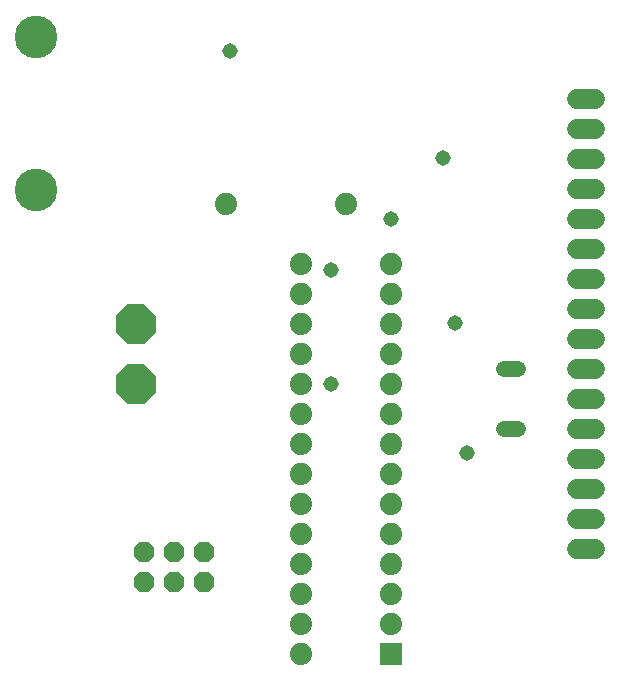
<source format=gbs>
G75*
%MOIN*%
%OFA0B0*%
%FSLAX25Y25*%
%IPPOS*%
%LPD*%
%AMOC8*
5,1,8,0,0,1.08239X$1,22.5*
%
%ADD10C,0.07400*%
%ADD11OC8,0.13200*%
%ADD12OC8,0.06800*%
%ADD13C,0.05200*%
%ADD14R,0.07400X0.07400*%
%ADD15C,0.14200*%
%ADD16C,0.06800*%
%ADD17C,0.05156*%
D10*
X0106500Y0031000D03*
X0106500Y0041000D03*
X0106500Y0051000D03*
X0106500Y0061000D03*
X0106500Y0071000D03*
X0106500Y0081000D03*
X0106500Y0091000D03*
X0106500Y0101000D03*
X0106500Y0111000D03*
X0106500Y0121000D03*
X0106500Y0131000D03*
X0106500Y0141000D03*
X0106500Y0151000D03*
X0106500Y0161000D03*
X0121500Y0181000D03*
X0136500Y0161000D03*
X0136500Y0151000D03*
X0136500Y0141000D03*
X0136500Y0131000D03*
X0136500Y0121000D03*
X0136500Y0111000D03*
X0136500Y0101000D03*
X0136500Y0091000D03*
X0136500Y0081000D03*
X0136500Y0071000D03*
X0136500Y0061000D03*
X0136500Y0051000D03*
X0136500Y0041000D03*
X0081500Y0181000D03*
D11*
X0051500Y0141000D03*
X0051500Y0121000D03*
D12*
X0054059Y0055055D03*
X0054059Y0065055D03*
X0064059Y0065055D03*
X0064059Y0055055D03*
X0074059Y0055055D03*
X0074059Y0065055D03*
D13*
X0174300Y0106000D02*
X0178700Y0106000D01*
X0178700Y0126000D02*
X0174300Y0126000D01*
D14*
X0136500Y0031000D03*
D15*
X0018200Y0185500D03*
X0018200Y0236500D03*
D16*
X0198500Y0216000D02*
X0204500Y0216000D01*
X0204500Y0206000D02*
X0198500Y0206000D01*
X0198500Y0196000D02*
X0204500Y0196000D01*
X0204500Y0186000D02*
X0198500Y0186000D01*
X0198500Y0176000D02*
X0204500Y0176000D01*
X0204500Y0166000D02*
X0198500Y0166000D01*
X0198500Y0156000D02*
X0204500Y0156000D01*
X0204500Y0146000D02*
X0198500Y0146000D01*
X0198500Y0136000D02*
X0204500Y0136000D01*
X0204500Y0126000D02*
X0198500Y0126000D01*
X0198500Y0116000D02*
X0204500Y0116000D01*
X0204500Y0106000D02*
X0198500Y0106000D01*
X0198500Y0096000D02*
X0204500Y0096000D01*
X0204500Y0086000D02*
X0198500Y0086000D01*
X0198500Y0076000D02*
X0204500Y0076000D01*
X0204500Y0066000D02*
X0198500Y0066000D01*
D17*
X0161737Y0097929D03*
X0157800Y0141236D03*
X0136500Y0176000D03*
X0153863Y0196354D03*
X0116500Y0158913D03*
X0116500Y0121000D03*
X0082996Y0231787D03*
M02*

</source>
